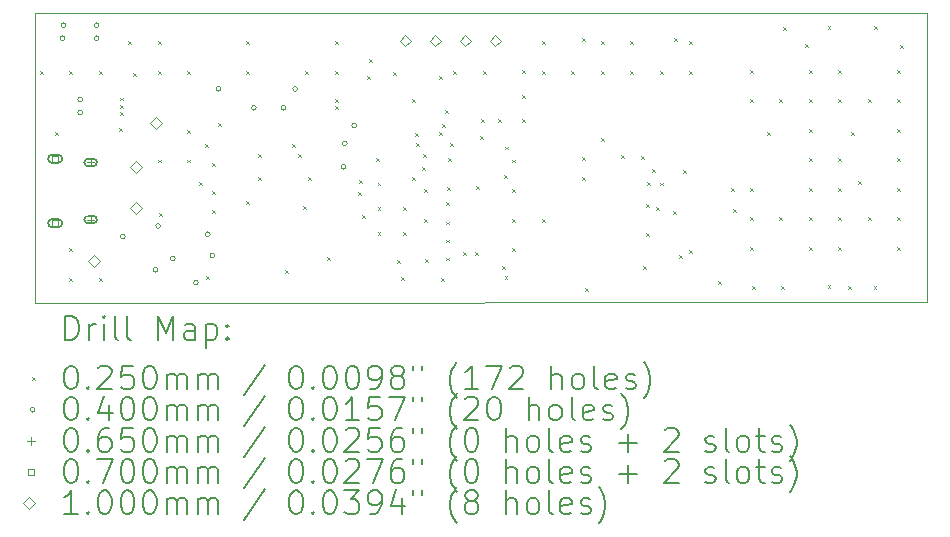
<source format=gbr>
%TF.GenerationSoftware,KiCad,Pcbnew,6.0.11-2627ca5db0~126~ubuntu20.04.1*%
%TF.CreationDate,2023-10-30T14:57:06+01:00*%
%TF.ProjectId,usb-interface,7573622d-696e-4746-9572-666163652e6b,rev?*%
%TF.SameCoordinates,Original*%
%TF.FileFunction,Drillmap*%
%TF.FilePolarity,Positive*%
%FSLAX45Y45*%
G04 Gerber Fmt 4.5, Leading zero omitted, Abs format (unit mm)*
G04 Created by KiCad (PCBNEW 6.0.11-2627ca5db0~126~ubuntu20.04.1) date 2023-10-30 14:57:06*
%MOMM*%
%LPD*%
G01*
G04 APERTURE LIST*
%ADD10C,0.050000*%
%ADD11C,0.200000*%
%ADD12C,0.025000*%
%ADD13C,0.040000*%
%ADD14C,0.065000*%
%ADD15C,0.070000*%
%ADD16C,0.100000*%
G04 APERTURE END LIST*
D10*
X9750000Y-6995000D02*
X2200000Y-7000000D01*
X2200000Y-7000000D02*
X2200000Y-9450000D01*
X9750000Y-9445000D02*
X9750000Y-6995000D01*
X2200000Y-9450000D02*
X9750000Y-9445000D01*
D11*
D12*
X2237500Y-7487500D02*
X2262500Y-7512500D01*
X2262500Y-7487500D02*
X2237500Y-7512500D01*
X2367500Y-8007500D02*
X2392500Y-8032500D01*
X2392500Y-8007500D02*
X2367500Y-8032500D01*
X2487500Y-7487500D02*
X2512500Y-7512500D01*
X2512500Y-7487500D02*
X2487500Y-7512500D01*
X2487500Y-8987500D02*
X2512500Y-9012500D01*
X2512500Y-8987500D02*
X2487500Y-9012500D01*
X2487500Y-9237500D02*
X2512500Y-9262500D01*
X2512500Y-9237500D02*
X2487500Y-9262500D01*
X2737500Y-7487500D02*
X2762500Y-7512500D01*
X2762500Y-7487500D02*
X2737500Y-7512500D01*
X2737500Y-9237500D02*
X2762500Y-9262500D01*
X2762500Y-9237500D02*
X2737500Y-9262500D01*
X2907500Y-7967500D02*
X2932500Y-7992500D01*
X2932500Y-7967500D02*
X2907500Y-7992500D01*
X2917500Y-7712500D02*
X2942500Y-7737500D01*
X2942500Y-7712500D02*
X2917500Y-7737500D01*
X2917500Y-7777500D02*
X2942500Y-7802500D01*
X2942500Y-7777500D02*
X2917500Y-7802500D01*
X2917500Y-7837500D02*
X2942500Y-7862500D01*
X2942500Y-7837500D02*
X2917500Y-7862500D01*
X2987500Y-7237500D02*
X3012500Y-7262500D01*
X3012500Y-7237500D02*
X2987500Y-7262500D01*
X3027500Y-7507500D02*
X3052500Y-7532500D01*
X3052500Y-7507500D02*
X3027500Y-7532500D01*
X3237500Y-7237500D02*
X3262500Y-7262500D01*
X3262500Y-7237500D02*
X3237500Y-7262500D01*
X3237500Y-7487500D02*
X3262500Y-7512500D01*
X3262500Y-7487500D02*
X3237500Y-7512500D01*
X3237500Y-8237500D02*
X3262500Y-8262500D01*
X3262500Y-8237500D02*
X3237500Y-8262500D01*
X3247500Y-8687500D02*
X3272500Y-8712500D01*
X3272500Y-8687500D02*
X3247500Y-8712500D01*
X3487500Y-7487500D02*
X3512500Y-7512500D01*
X3512500Y-7487500D02*
X3487500Y-7512500D01*
X3487500Y-7987500D02*
X3512500Y-8012500D01*
X3512500Y-7987500D02*
X3487500Y-8012500D01*
X3487500Y-8237500D02*
X3512500Y-8262500D01*
X3512500Y-8237500D02*
X3487500Y-8262500D01*
X3587500Y-8427500D02*
X3612500Y-8452500D01*
X3612500Y-8427500D02*
X3587500Y-8452500D01*
X3638750Y-8107500D02*
X3663750Y-8132500D01*
X3663750Y-8107500D02*
X3638750Y-8132500D01*
X3647500Y-9227500D02*
X3672500Y-9252500D01*
X3672500Y-9227500D02*
X3647500Y-9252500D01*
X3697500Y-8267500D02*
X3722500Y-8292500D01*
X3722500Y-8267500D02*
X3697500Y-8292500D01*
X3697500Y-8507500D02*
X3722500Y-8532500D01*
X3722500Y-8507500D02*
X3697500Y-8532500D01*
X3697500Y-8667500D02*
X3722500Y-8692500D01*
X3722500Y-8667500D02*
X3697500Y-8692500D01*
X3746250Y-7926250D02*
X3771250Y-7951250D01*
X3771250Y-7926250D02*
X3746250Y-7951250D01*
X3987500Y-7237500D02*
X4012500Y-7262500D01*
X4012500Y-7237500D02*
X3987500Y-7262500D01*
X3987500Y-7487500D02*
X4012500Y-7512500D01*
X4012500Y-7487500D02*
X3987500Y-7512500D01*
X3987500Y-8587500D02*
X4012500Y-8612500D01*
X4012500Y-8587500D02*
X3987500Y-8612500D01*
X4087500Y-8187500D02*
X4112500Y-8212500D01*
X4112500Y-8187500D02*
X4087500Y-8212500D01*
X4087500Y-8387500D02*
X4112500Y-8412500D01*
X4112500Y-8387500D02*
X4087500Y-8412500D01*
X4312500Y-9170000D02*
X4337500Y-9195000D01*
X4337500Y-9170000D02*
X4312500Y-9195000D01*
X4372500Y-8102500D02*
X4397500Y-8127500D01*
X4397500Y-8102500D02*
X4372500Y-8127500D01*
X4427500Y-8187500D02*
X4452500Y-8212500D01*
X4452500Y-8187500D02*
X4427500Y-8212500D01*
X4467500Y-8627500D02*
X4492500Y-8652500D01*
X4492500Y-8627500D02*
X4467500Y-8652500D01*
X4487500Y-7487500D02*
X4512500Y-7512500D01*
X4512500Y-7487500D02*
X4487500Y-7512500D01*
X4507500Y-8387500D02*
X4532500Y-8412500D01*
X4532500Y-8387500D02*
X4507500Y-8412500D01*
X4672500Y-9062500D02*
X4697500Y-9087500D01*
X4697500Y-9062500D02*
X4672500Y-9087500D01*
X4737500Y-7237500D02*
X4762500Y-7262500D01*
X4762500Y-7237500D02*
X4737500Y-7262500D01*
X4737500Y-7487500D02*
X4762500Y-7512500D01*
X4762500Y-7487500D02*
X4737500Y-7512500D01*
X4737500Y-7727500D02*
X4762500Y-7752500D01*
X4762500Y-7727500D02*
X4737500Y-7752500D01*
X4737500Y-7787500D02*
X4762500Y-7812500D01*
X4762500Y-7787500D02*
X4737500Y-7812500D01*
X4932500Y-8512500D02*
X4957500Y-8537500D01*
X4957500Y-8512500D02*
X4932500Y-8537500D01*
X4942500Y-8407500D02*
X4967500Y-8432500D01*
X4967500Y-8407500D02*
X4942500Y-8432500D01*
X4967500Y-8707500D02*
X4992500Y-8732500D01*
X4992500Y-8707500D02*
X4967500Y-8732500D01*
X5007500Y-7527500D02*
X5032500Y-7552500D01*
X5032500Y-7527500D02*
X5007500Y-7552500D01*
X5027500Y-7387500D02*
X5052500Y-7412500D01*
X5052500Y-7387500D02*
X5027500Y-7412500D01*
X5087500Y-8227500D02*
X5112500Y-8252500D01*
X5112500Y-8227500D02*
X5087500Y-8252500D01*
X5097500Y-8432500D02*
X5122500Y-8457500D01*
X5122500Y-8432500D02*
X5097500Y-8457500D01*
X5097500Y-8642500D02*
X5122500Y-8667500D01*
X5122500Y-8642500D02*
X5097500Y-8667500D01*
X5097500Y-8847500D02*
X5122500Y-8872500D01*
X5122500Y-8847500D02*
X5097500Y-8872500D01*
X5227500Y-7497500D02*
X5252500Y-7522500D01*
X5252500Y-7497500D02*
X5227500Y-7522500D01*
X5262500Y-9087500D02*
X5287500Y-9112500D01*
X5287500Y-9087500D02*
X5262500Y-9112500D01*
X5297500Y-9232500D02*
X5322500Y-9257500D01*
X5322500Y-9232500D02*
X5297500Y-9257500D01*
X5312500Y-8642500D02*
X5337500Y-8667500D01*
X5337500Y-8642500D02*
X5312500Y-8667500D01*
X5312500Y-8847500D02*
X5337500Y-8872500D01*
X5337500Y-8847500D02*
X5312500Y-8872500D01*
X5387500Y-7727500D02*
X5412500Y-7752500D01*
X5412500Y-7727500D02*
X5387500Y-7752500D01*
X5392500Y-8382500D02*
X5417500Y-8407500D01*
X5417500Y-8382500D02*
X5392500Y-8407500D01*
X5417500Y-8012500D02*
X5442500Y-8037500D01*
X5442500Y-8012500D02*
X5417500Y-8037500D01*
X5425500Y-8099250D02*
X5450500Y-8124250D01*
X5450500Y-8099250D02*
X5425500Y-8124250D01*
X5472500Y-8302500D02*
X5497500Y-8327500D01*
X5497500Y-8302500D02*
X5472500Y-8327500D01*
X5482500Y-8187500D02*
X5507500Y-8212500D01*
X5507500Y-8187500D02*
X5482500Y-8212500D01*
X5487500Y-8487500D02*
X5512500Y-8512500D01*
X5512500Y-8487500D02*
X5487500Y-8512500D01*
X5487500Y-8737500D02*
X5512500Y-8762500D01*
X5512500Y-8737500D02*
X5487500Y-8762500D01*
X5502500Y-9077500D02*
X5527500Y-9102500D01*
X5527500Y-9077500D02*
X5502500Y-9102500D01*
X5617500Y-7532500D02*
X5642500Y-7557500D01*
X5642500Y-7532500D02*
X5617500Y-7557500D01*
X5617500Y-8007500D02*
X5642500Y-8032500D01*
X5642500Y-8007500D02*
X5617500Y-8032500D01*
X5637500Y-9237500D02*
X5662500Y-9262500D01*
X5662500Y-9237500D02*
X5637500Y-9262500D01*
X5642500Y-7937500D02*
X5667500Y-7962500D01*
X5667500Y-7937500D02*
X5642500Y-7962500D01*
X5667500Y-7822500D02*
X5692500Y-7847500D01*
X5692500Y-7822500D02*
X5667500Y-7847500D01*
X5677500Y-8597500D02*
X5702500Y-8622500D01*
X5702500Y-8597500D02*
X5677500Y-8622500D01*
X5677500Y-8762500D02*
X5702500Y-8787500D01*
X5702500Y-8762500D02*
X5677500Y-8787500D01*
X5677500Y-8915000D02*
X5702500Y-8940000D01*
X5702500Y-8915000D02*
X5677500Y-8940000D01*
X5677500Y-9067500D02*
X5702500Y-9092500D01*
X5702500Y-9067500D02*
X5677500Y-9092500D01*
X5687500Y-8467500D02*
X5712500Y-8492500D01*
X5712500Y-8467500D02*
X5687500Y-8492500D01*
X5693750Y-8226250D02*
X5718750Y-8251250D01*
X5718750Y-8226250D02*
X5693750Y-8251250D01*
X5707500Y-8099250D02*
X5732500Y-8124250D01*
X5732500Y-8099250D02*
X5707500Y-8124250D01*
X5737500Y-7487500D02*
X5762500Y-7512500D01*
X5762500Y-7487500D02*
X5737500Y-7512500D01*
X5817500Y-9017500D02*
X5842500Y-9042500D01*
X5842500Y-9017500D02*
X5817500Y-9042500D01*
X5922500Y-9017500D02*
X5947500Y-9042500D01*
X5947500Y-9017500D02*
X5922500Y-9042500D01*
X5927500Y-8462500D02*
X5952500Y-8487500D01*
X5952500Y-8462500D02*
X5927500Y-8487500D01*
X5962500Y-8037500D02*
X5987500Y-8062500D01*
X5987500Y-8037500D02*
X5962500Y-8062500D01*
X5977500Y-7897500D02*
X6002500Y-7922500D01*
X6002500Y-7897500D02*
X5977500Y-7922500D01*
X5987500Y-7487500D02*
X6012500Y-7512500D01*
X6012500Y-7487500D02*
X5987500Y-7512500D01*
X6117500Y-7897500D02*
X6142500Y-7922500D01*
X6142500Y-7897500D02*
X6117500Y-7922500D01*
X6152500Y-9137500D02*
X6177500Y-9162500D01*
X6177500Y-9137500D02*
X6152500Y-9162500D01*
X6167500Y-8367500D02*
X6192500Y-8392500D01*
X6192500Y-8367500D02*
X6167500Y-8392500D01*
X6172500Y-9227500D02*
X6197500Y-9252500D01*
X6197500Y-9227500D02*
X6172500Y-9252500D01*
X6177500Y-8127500D02*
X6202500Y-8152500D01*
X6202500Y-8127500D02*
X6177500Y-8152500D01*
X6237500Y-8237500D02*
X6262500Y-8262500D01*
X6262500Y-8237500D02*
X6237500Y-8262500D01*
X6237500Y-8487500D02*
X6262500Y-8512500D01*
X6262500Y-8487500D02*
X6237500Y-8512500D01*
X6237500Y-8737500D02*
X6262500Y-8762500D01*
X6262500Y-8737500D02*
X6237500Y-8762500D01*
X6237500Y-8987500D02*
X6262500Y-9012500D01*
X6262500Y-8987500D02*
X6237500Y-9012500D01*
X6317500Y-7477500D02*
X6342500Y-7502500D01*
X6342500Y-7477500D02*
X6317500Y-7502500D01*
X6317500Y-7687500D02*
X6342500Y-7712500D01*
X6342500Y-7687500D02*
X6317500Y-7712500D01*
X6317500Y-7897500D02*
X6342500Y-7922500D01*
X6342500Y-7897500D02*
X6317500Y-7922500D01*
X6487500Y-7237500D02*
X6512500Y-7262500D01*
X6512500Y-7237500D02*
X6487500Y-7262500D01*
X6487500Y-7487500D02*
X6512500Y-7512500D01*
X6512500Y-7487500D02*
X6487500Y-7512500D01*
X6487500Y-8737500D02*
X6512500Y-8762500D01*
X6512500Y-8737500D02*
X6487500Y-8762500D01*
X6737500Y-7487500D02*
X6762500Y-7512500D01*
X6762500Y-7487500D02*
X6737500Y-7512500D01*
X6827500Y-7207500D02*
X6852500Y-7232500D01*
X6852500Y-7207500D02*
X6827500Y-7232500D01*
X6827500Y-8387500D02*
X6852500Y-8412500D01*
X6852500Y-8387500D02*
X6827500Y-8412500D01*
X6830000Y-8217500D02*
X6855000Y-8242500D01*
X6855000Y-8217500D02*
X6830000Y-8242500D01*
X6857500Y-9327500D02*
X6882500Y-9352500D01*
X6882500Y-9327500D02*
X6857500Y-9352500D01*
X6987500Y-7237500D02*
X7012500Y-7262500D01*
X7012500Y-7237500D02*
X6987500Y-7262500D01*
X6987500Y-7487500D02*
X7012500Y-7512500D01*
X7012500Y-7487500D02*
X6987500Y-7512500D01*
X6987500Y-8057500D02*
X7012500Y-8082500D01*
X7012500Y-8057500D02*
X6987500Y-8082500D01*
X7157500Y-8197500D02*
X7182500Y-8222500D01*
X7182500Y-8197500D02*
X7157500Y-8222500D01*
X7237500Y-7237500D02*
X7262500Y-7262500D01*
X7262500Y-7237500D02*
X7237500Y-7262500D01*
X7237500Y-7487500D02*
X7262500Y-7512500D01*
X7262500Y-7487500D02*
X7237500Y-7512500D01*
X7327500Y-8207500D02*
X7352500Y-8232500D01*
X7352500Y-8207500D02*
X7327500Y-8232500D01*
X7347500Y-9137500D02*
X7372500Y-9162500D01*
X7372500Y-9137500D02*
X7347500Y-9162500D01*
X7367500Y-8617500D02*
X7392500Y-8642500D01*
X7392500Y-8617500D02*
X7367500Y-8642500D01*
X7367500Y-8862500D02*
X7392500Y-8887500D01*
X7392500Y-8862500D02*
X7367500Y-8887500D01*
X7377500Y-8427500D02*
X7402500Y-8452500D01*
X7402500Y-8427500D02*
X7377500Y-8452500D01*
X7417500Y-8317500D02*
X7442500Y-8342500D01*
X7442500Y-8317500D02*
X7417500Y-8342500D01*
X7457500Y-8642500D02*
X7482500Y-8667500D01*
X7482500Y-8642500D02*
X7457500Y-8667500D01*
X7487500Y-7487500D02*
X7512500Y-7512500D01*
X7512500Y-7487500D02*
X7487500Y-7512500D01*
X7492500Y-8432500D02*
X7517500Y-8457500D01*
X7517500Y-8432500D02*
X7492500Y-8457500D01*
X7597500Y-8677500D02*
X7622500Y-8702500D01*
X7622500Y-8677500D02*
X7597500Y-8702500D01*
X7607500Y-7207500D02*
X7632500Y-7232500D01*
X7632500Y-7207500D02*
X7607500Y-7232500D01*
X7647500Y-9047500D02*
X7672500Y-9072500D01*
X7672500Y-9047500D02*
X7647500Y-9072500D01*
X7687500Y-8327500D02*
X7712500Y-8352500D01*
X7712500Y-8327500D02*
X7687500Y-8352500D01*
X7737500Y-7237500D02*
X7762500Y-7262500D01*
X7762500Y-7237500D02*
X7737500Y-7262500D01*
X7737500Y-7487500D02*
X7762500Y-7512500D01*
X7762500Y-7487500D02*
X7737500Y-7512500D01*
X7737500Y-9007500D02*
X7762500Y-9032500D01*
X7762500Y-9007500D02*
X7737500Y-9032500D01*
X7977500Y-9267500D02*
X8002500Y-9292500D01*
X8002500Y-9267500D02*
X7977500Y-9292500D01*
X8087500Y-8477500D02*
X8112500Y-8502500D01*
X8112500Y-8477500D02*
X8087500Y-8502500D01*
X8107500Y-8657500D02*
X8132500Y-8682500D01*
X8132500Y-8657500D02*
X8107500Y-8682500D01*
X8247500Y-7478071D02*
X8272500Y-7503071D01*
X8272500Y-7478071D02*
X8247500Y-7503071D01*
X8247500Y-7728071D02*
X8272500Y-7753071D01*
X8272500Y-7728071D02*
X8247500Y-7753071D01*
X8247500Y-8478071D02*
X8272500Y-8503071D01*
X8272500Y-8478071D02*
X8247500Y-8503071D01*
X8247500Y-8728071D02*
X8272500Y-8753071D01*
X8272500Y-8728071D02*
X8247500Y-8753071D01*
X8247500Y-8978071D02*
X8272500Y-9003071D01*
X8272500Y-8978071D02*
X8247500Y-9003071D01*
X8267500Y-9308071D02*
X8292500Y-9333071D01*
X8292500Y-9308071D02*
X8267500Y-9333071D01*
X8398071Y-8007500D02*
X8423071Y-8032500D01*
X8423071Y-8007500D02*
X8398071Y-8032500D01*
X8497500Y-7728071D02*
X8522500Y-7753071D01*
X8522500Y-7728071D02*
X8497500Y-7753071D01*
X8497500Y-8728071D02*
X8522500Y-8753071D01*
X8522500Y-8728071D02*
X8497500Y-8753071D01*
X8511929Y-9312500D02*
X8536929Y-9337500D01*
X8536929Y-9312500D02*
X8511929Y-9337500D01*
X8527500Y-7112500D02*
X8552500Y-7137500D01*
X8552500Y-7112500D02*
X8527500Y-7137500D01*
X8717500Y-7258071D02*
X8742500Y-7283071D01*
X8742500Y-7258071D02*
X8717500Y-7283071D01*
X8747500Y-7478071D02*
X8772500Y-7503071D01*
X8772500Y-7478071D02*
X8747500Y-7503071D01*
X8747500Y-7728071D02*
X8772500Y-7753071D01*
X8772500Y-7728071D02*
X8747500Y-7753071D01*
X8747500Y-7978071D02*
X8772500Y-8003071D01*
X8772500Y-7978071D02*
X8747500Y-8003071D01*
X8747500Y-8228071D02*
X8772500Y-8253071D01*
X8772500Y-8228071D02*
X8747500Y-8253071D01*
X8747500Y-8478071D02*
X8772500Y-8503071D01*
X8772500Y-8478071D02*
X8747500Y-8503071D01*
X8747500Y-8728071D02*
X8772500Y-8753071D01*
X8772500Y-8728071D02*
X8747500Y-8753071D01*
X8747500Y-8978071D02*
X8772500Y-9003071D01*
X8772500Y-8978071D02*
X8747500Y-9003071D01*
X8907500Y-7108071D02*
X8932500Y-7133071D01*
X8932500Y-7108071D02*
X8907500Y-7133071D01*
X8907500Y-9298071D02*
X8932500Y-9323071D01*
X8932500Y-9298071D02*
X8907500Y-9323071D01*
X8997500Y-7478071D02*
X9022500Y-7503071D01*
X9022500Y-7478071D02*
X8997500Y-7503071D01*
X8997500Y-7728071D02*
X9022500Y-7753071D01*
X9022500Y-7728071D02*
X8997500Y-7753071D01*
X8997500Y-8228071D02*
X9022500Y-8253071D01*
X9022500Y-8228071D02*
X8997500Y-8253071D01*
X8997500Y-8478071D02*
X9022500Y-8503071D01*
X9022500Y-8478071D02*
X8997500Y-8503071D01*
X8997500Y-8728071D02*
X9022500Y-8753071D01*
X9022500Y-8728071D02*
X8997500Y-8753071D01*
X8997500Y-8978071D02*
X9022500Y-9003071D01*
X9022500Y-8978071D02*
X8997500Y-9003071D01*
X9077500Y-9308071D02*
X9102500Y-9333071D01*
X9102500Y-9308071D02*
X9077500Y-9333071D01*
X9108071Y-8007500D02*
X9133071Y-8032500D01*
X9133071Y-8007500D02*
X9108071Y-8032500D01*
X9162500Y-8418071D02*
X9187500Y-8443071D01*
X9187500Y-8418071D02*
X9162500Y-8443071D01*
X9247500Y-7728071D02*
X9272500Y-7753071D01*
X9272500Y-7728071D02*
X9247500Y-7753071D01*
X9247500Y-8728071D02*
X9272500Y-8753071D01*
X9272500Y-8728071D02*
X9247500Y-8753071D01*
X9296929Y-9312500D02*
X9321929Y-9337500D01*
X9321929Y-9312500D02*
X9296929Y-9337500D01*
X9297500Y-7108071D02*
X9322500Y-7133071D01*
X9322500Y-7108071D02*
X9297500Y-7133071D01*
X9497500Y-7478071D02*
X9522500Y-7503071D01*
X9522500Y-7478071D02*
X9497500Y-7503071D01*
X9497500Y-7728071D02*
X9522500Y-7753071D01*
X9522500Y-7728071D02*
X9497500Y-7753071D01*
X9497500Y-7978071D02*
X9522500Y-8003071D01*
X9522500Y-7978071D02*
X9497500Y-8003071D01*
X9497500Y-8228071D02*
X9522500Y-8253071D01*
X9522500Y-8228071D02*
X9497500Y-8253071D01*
X9497500Y-8478071D02*
X9522500Y-8503071D01*
X9522500Y-8478071D02*
X9497500Y-8503071D01*
X9497500Y-8728071D02*
X9522500Y-8753071D01*
X9522500Y-8728071D02*
X9497500Y-8753071D01*
X9497500Y-8978071D02*
X9522500Y-9003071D01*
X9522500Y-8978071D02*
X9497500Y-9003071D01*
X9517500Y-7268071D02*
X9542500Y-7293071D01*
X9542500Y-7268071D02*
X9517500Y-7293071D01*
D13*
X2450000Y-7210000D02*
G75*
G03*
X2450000Y-7210000I-20000J0D01*
G01*
X2460000Y-7100000D02*
G75*
G03*
X2460000Y-7100000I-20000J0D01*
G01*
X2600000Y-7730000D02*
G75*
G03*
X2600000Y-7730000I-20000J0D01*
G01*
X2600000Y-7840000D02*
G75*
G03*
X2600000Y-7840000I-20000J0D01*
G01*
X2740000Y-7100000D02*
G75*
G03*
X2740000Y-7100000I-20000J0D01*
G01*
X2740000Y-7210000D02*
G75*
G03*
X2740000Y-7210000I-20000J0D01*
G01*
X2960000Y-8890000D02*
G75*
G03*
X2960000Y-8890000I-20000J0D01*
G01*
X3238000Y-9172000D02*
G75*
G03*
X3238000Y-9172000I-20000J0D01*
G01*
X3260000Y-8800000D02*
G75*
G03*
X3260000Y-8800000I-20000J0D01*
G01*
X3384000Y-9074000D02*
G75*
G03*
X3384000Y-9074000I-20000J0D01*
G01*
X3580000Y-9280000D02*
G75*
G03*
X3580000Y-9280000I-20000J0D01*
G01*
X3680000Y-8870000D02*
G75*
G03*
X3680000Y-8870000I-20000J0D01*
G01*
X3720000Y-9050000D02*
G75*
G03*
X3720000Y-9050000I-20000J0D01*
G01*
X3770000Y-7640000D02*
G75*
G03*
X3770000Y-7640000I-20000J0D01*
G01*
X4070000Y-7800000D02*
G75*
G03*
X4070000Y-7800000I-20000J0D01*
G01*
X4320000Y-7800000D02*
G75*
G03*
X4320000Y-7800000I-20000J0D01*
G01*
X4420000Y-7640000D02*
G75*
G03*
X4420000Y-7640000I-20000J0D01*
G01*
X4830000Y-8300000D02*
G75*
G03*
X4830000Y-8300000I-20000J0D01*
G01*
X4840000Y-8100000D02*
G75*
G03*
X4840000Y-8100000I-20000J0D01*
G01*
X4920000Y-7950000D02*
G75*
G03*
X4920000Y-7950000I-20000J0D01*
G01*
D14*
X2668500Y-8229500D02*
X2668500Y-8294500D01*
X2636000Y-8262000D02*
X2701000Y-8262000D01*
D11*
X2648500Y-8294500D02*
X2688500Y-8294500D01*
X2648500Y-8229500D02*
X2688500Y-8229500D01*
X2688500Y-8294500D02*
G75*
G03*
X2688500Y-8229500I0J32500D01*
G01*
X2648500Y-8229500D02*
G75*
G03*
X2648500Y-8294500I0J-32500D01*
G01*
D14*
X2668500Y-8713500D02*
X2668500Y-8778500D01*
X2636000Y-8746000D02*
X2701000Y-8746000D01*
D11*
X2648500Y-8778500D02*
X2688500Y-8778500D01*
X2648500Y-8713500D02*
X2688500Y-8713500D01*
X2688500Y-8778500D02*
G75*
G03*
X2688500Y-8713500I0J32500D01*
G01*
X2648500Y-8713500D02*
G75*
G03*
X2648500Y-8778500I0J-32500D01*
G01*
D15*
X2393249Y-8255749D02*
X2393249Y-8206251D01*
X2343751Y-8206251D01*
X2343751Y-8255749D01*
X2393249Y-8255749D01*
D11*
X2343500Y-8266000D02*
X2393500Y-8266000D01*
X2343500Y-8196000D02*
X2393500Y-8196000D01*
X2393500Y-8266000D02*
G75*
G03*
X2393500Y-8196000I0J35000D01*
G01*
X2343500Y-8196000D02*
G75*
G03*
X2343500Y-8266000I0J-35000D01*
G01*
D15*
X2393249Y-8801749D02*
X2393249Y-8752251D01*
X2343751Y-8752251D01*
X2343751Y-8801749D01*
X2393249Y-8801749D01*
D11*
X2343500Y-8812000D02*
X2393500Y-8812000D01*
X2343500Y-8742000D02*
X2393500Y-8742000D01*
X2393500Y-8812000D02*
G75*
G03*
X2393500Y-8742000I0J35000D01*
G01*
X2343500Y-8742000D02*
G75*
G03*
X2343500Y-8812000I0J-35000D01*
G01*
D16*
X2700000Y-9150000D02*
X2750000Y-9100000D01*
X2700000Y-9050000D01*
X2650000Y-9100000D01*
X2700000Y-9150000D01*
X3050000Y-8350000D02*
X3100000Y-8300000D01*
X3050000Y-8250000D01*
X3000000Y-8300000D01*
X3050000Y-8350000D01*
X3050000Y-8700000D02*
X3100000Y-8650000D01*
X3050000Y-8600000D01*
X3000000Y-8650000D01*
X3050000Y-8700000D01*
X3225000Y-7975000D02*
X3275000Y-7925000D01*
X3225000Y-7875000D01*
X3175000Y-7925000D01*
X3225000Y-7975000D01*
X5334000Y-7280000D02*
X5384000Y-7230000D01*
X5334000Y-7180000D01*
X5284000Y-7230000D01*
X5334000Y-7280000D01*
X5588000Y-7280000D02*
X5638000Y-7230000D01*
X5588000Y-7180000D01*
X5538000Y-7230000D01*
X5588000Y-7280000D01*
X5842000Y-7280000D02*
X5892000Y-7230000D01*
X5842000Y-7180000D01*
X5792000Y-7230000D01*
X5842000Y-7280000D01*
X6096000Y-7280000D02*
X6146000Y-7230000D01*
X6096000Y-7180000D01*
X6046000Y-7230000D01*
X6096000Y-7280000D01*
D11*
X2455119Y-9762976D02*
X2455119Y-9562976D01*
X2502738Y-9562976D01*
X2531310Y-9572500D01*
X2550357Y-9591548D01*
X2559881Y-9610595D01*
X2569405Y-9648690D01*
X2569405Y-9677262D01*
X2559881Y-9715357D01*
X2550357Y-9734405D01*
X2531310Y-9753452D01*
X2502738Y-9762976D01*
X2455119Y-9762976D01*
X2655119Y-9762976D02*
X2655119Y-9629643D01*
X2655119Y-9667738D02*
X2664643Y-9648690D01*
X2674167Y-9639167D01*
X2693214Y-9629643D01*
X2712262Y-9629643D01*
X2778929Y-9762976D02*
X2778929Y-9629643D01*
X2778929Y-9562976D02*
X2769405Y-9572500D01*
X2778929Y-9582024D01*
X2788452Y-9572500D01*
X2778929Y-9562976D01*
X2778929Y-9582024D01*
X2902738Y-9762976D02*
X2883690Y-9753452D01*
X2874167Y-9734405D01*
X2874167Y-9562976D01*
X3007500Y-9762976D02*
X2988452Y-9753452D01*
X2978928Y-9734405D01*
X2978928Y-9562976D01*
X3236071Y-9762976D02*
X3236071Y-9562976D01*
X3302738Y-9705833D01*
X3369405Y-9562976D01*
X3369405Y-9762976D01*
X3550357Y-9762976D02*
X3550357Y-9658214D01*
X3540833Y-9639167D01*
X3521786Y-9629643D01*
X3483690Y-9629643D01*
X3464643Y-9639167D01*
X3550357Y-9753452D02*
X3531309Y-9762976D01*
X3483690Y-9762976D01*
X3464643Y-9753452D01*
X3455119Y-9734405D01*
X3455119Y-9715357D01*
X3464643Y-9696310D01*
X3483690Y-9686786D01*
X3531309Y-9686786D01*
X3550357Y-9677262D01*
X3645595Y-9629643D02*
X3645595Y-9829643D01*
X3645595Y-9639167D02*
X3664643Y-9629643D01*
X3702738Y-9629643D01*
X3721786Y-9639167D01*
X3731309Y-9648690D01*
X3740833Y-9667738D01*
X3740833Y-9724881D01*
X3731309Y-9743929D01*
X3721786Y-9753452D01*
X3702738Y-9762976D01*
X3664643Y-9762976D01*
X3645595Y-9753452D01*
X3826548Y-9743929D02*
X3836071Y-9753452D01*
X3826548Y-9762976D01*
X3817024Y-9753452D01*
X3826548Y-9743929D01*
X3826548Y-9762976D01*
X3826548Y-9639167D02*
X3836071Y-9648690D01*
X3826548Y-9658214D01*
X3817024Y-9648690D01*
X3826548Y-9639167D01*
X3826548Y-9658214D01*
D12*
X2172500Y-10080000D02*
X2197500Y-10105000D01*
X2197500Y-10080000D02*
X2172500Y-10105000D01*
D11*
X2493214Y-9982976D02*
X2512262Y-9982976D01*
X2531310Y-9992500D01*
X2540833Y-10002024D01*
X2550357Y-10021071D01*
X2559881Y-10059167D01*
X2559881Y-10106786D01*
X2550357Y-10144881D01*
X2540833Y-10163929D01*
X2531310Y-10173452D01*
X2512262Y-10182976D01*
X2493214Y-10182976D01*
X2474167Y-10173452D01*
X2464643Y-10163929D01*
X2455119Y-10144881D01*
X2445595Y-10106786D01*
X2445595Y-10059167D01*
X2455119Y-10021071D01*
X2464643Y-10002024D01*
X2474167Y-9992500D01*
X2493214Y-9982976D01*
X2645595Y-10163929D02*
X2655119Y-10173452D01*
X2645595Y-10182976D01*
X2636071Y-10173452D01*
X2645595Y-10163929D01*
X2645595Y-10182976D01*
X2731310Y-10002024D02*
X2740833Y-9992500D01*
X2759881Y-9982976D01*
X2807500Y-9982976D01*
X2826548Y-9992500D01*
X2836071Y-10002024D01*
X2845595Y-10021071D01*
X2845595Y-10040119D01*
X2836071Y-10068690D01*
X2721786Y-10182976D01*
X2845595Y-10182976D01*
X3026548Y-9982976D02*
X2931309Y-9982976D01*
X2921786Y-10078214D01*
X2931309Y-10068690D01*
X2950357Y-10059167D01*
X2997976Y-10059167D01*
X3017024Y-10068690D01*
X3026548Y-10078214D01*
X3036071Y-10097262D01*
X3036071Y-10144881D01*
X3026548Y-10163929D01*
X3017024Y-10173452D01*
X2997976Y-10182976D01*
X2950357Y-10182976D01*
X2931309Y-10173452D01*
X2921786Y-10163929D01*
X3159881Y-9982976D02*
X3178928Y-9982976D01*
X3197976Y-9992500D01*
X3207500Y-10002024D01*
X3217024Y-10021071D01*
X3226548Y-10059167D01*
X3226548Y-10106786D01*
X3217024Y-10144881D01*
X3207500Y-10163929D01*
X3197976Y-10173452D01*
X3178928Y-10182976D01*
X3159881Y-10182976D01*
X3140833Y-10173452D01*
X3131309Y-10163929D01*
X3121786Y-10144881D01*
X3112262Y-10106786D01*
X3112262Y-10059167D01*
X3121786Y-10021071D01*
X3131309Y-10002024D01*
X3140833Y-9992500D01*
X3159881Y-9982976D01*
X3312262Y-10182976D02*
X3312262Y-10049643D01*
X3312262Y-10068690D02*
X3321786Y-10059167D01*
X3340833Y-10049643D01*
X3369405Y-10049643D01*
X3388452Y-10059167D01*
X3397976Y-10078214D01*
X3397976Y-10182976D01*
X3397976Y-10078214D02*
X3407500Y-10059167D01*
X3426548Y-10049643D01*
X3455119Y-10049643D01*
X3474167Y-10059167D01*
X3483690Y-10078214D01*
X3483690Y-10182976D01*
X3578928Y-10182976D02*
X3578928Y-10049643D01*
X3578928Y-10068690D02*
X3588452Y-10059167D01*
X3607500Y-10049643D01*
X3636071Y-10049643D01*
X3655119Y-10059167D01*
X3664643Y-10078214D01*
X3664643Y-10182976D01*
X3664643Y-10078214D02*
X3674167Y-10059167D01*
X3693214Y-10049643D01*
X3721786Y-10049643D01*
X3740833Y-10059167D01*
X3750357Y-10078214D01*
X3750357Y-10182976D01*
X4140833Y-9973452D02*
X3969405Y-10230595D01*
X4397976Y-9982976D02*
X4417024Y-9982976D01*
X4436071Y-9992500D01*
X4445595Y-10002024D01*
X4455119Y-10021071D01*
X4464643Y-10059167D01*
X4464643Y-10106786D01*
X4455119Y-10144881D01*
X4445595Y-10163929D01*
X4436071Y-10173452D01*
X4417024Y-10182976D01*
X4397976Y-10182976D01*
X4378929Y-10173452D01*
X4369405Y-10163929D01*
X4359881Y-10144881D01*
X4350357Y-10106786D01*
X4350357Y-10059167D01*
X4359881Y-10021071D01*
X4369405Y-10002024D01*
X4378929Y-9992500D01*
X4397976Y-9982976D01*
X4550357Y-10163929D02*
X4559881Y-10173452D01*
X4550357Y-10182976D01*
X4540833Y-10173452D01*
X4550357Y-10163929D01*
X4550357Y-10182976D01*
X4683690Y-9982976D02*
X4702738Y-9982976D01*
X4721786Y-9992500D01*
X4731310Y-10002024D01*
X4740833Y-10021071D01*
X4750357Y-10059167D01*
X4750357Y-10106786D01*
X4740833Y-10144881D01*
X4731310Y-10163929D01*
X4721786Y-10173452D01*
X4702738Y-10182976D01*
X4683690Y-10182976D01*
X4664643Y-10173452D01*
X4655119Y-10163929D01*
X4645595Y-10144881D01*
X4636071Y-10106786D01*
X4636071Y-10059167D01*
X4645595Y-10021071D01*
X4655119Y-10002024D01*
X4664643Y-9992500D01*
X4683690Y-9982976D01*
X4874167Y-9982976D02*
X4893214Y-9982976D01*
X4912262Y-9992500D01*
X4921786Y-10002024D01*
X4931310Y-10021071D01*
X4940833Y-10059167D01*
X4940833Y-10106786D01*
X4931310Y-10144881D01*
X4921786Y-10163929D01*
X4912262Y-10173452D01*
X4893214Y-10182976D01*
X4874167Y-10182976D01*
X4855119Y-10173452D01*
X4845595Y-10163929D01*
X4836071Y-10144881D01*
X4826548Y-10106786D01*
X4826548Y-10059167D01*
X4836071Y-10021071D01*
X4845595Y-10002024D01*
X4855119Y-9992500D01*
X4874167Y-9982976D01*
X5036071Y-10182976D02*
X5074167Y-10182976D01*
X5093214Y-10173452D01*
X5102738Y-10163929D01*
X5121786Y-10135357D01*
X5131310Y-10097262D01*
X5131310Y-10021071D01*
X5121786Y-10002024D01*
X5112262Y-9992500D01*
X5093214Y-9982976D01*
X5055119Y-9982976D01*
X5036071Y-9992500D01*
X5026548Y-10002024D01*
X5017024Y-10021071D01*
X5017024Y-10068690D01*
X5026548Y-10087738D01*
X5036071Y-10097262D01*
X5055119Y-10106786D01*
X5093214Y-10106786D01*
X5112262Y-10097262D01*
X5121786Y-10087738D01*
X5131310Y-10068690D01*
X5245595Y-10068690D02*
X5226548Y-10059167D01*
X5217024Y-10049643D01*
X5207500Y-10030595D01*
X5207500Y-10021071D01*
X5217024Y-10002024D01*
X5226548Y-9992500D01*
X5245595Y-9982976D01*
X5283690Y-9982976D01*
X5302738Y-9992500D01*
X5312262Y-10002024D01*
X5321786Y-10021071D01*
X5321786Y-10030595D01*
X5312262Y-10049643D01*
X5302738Y-10059167D01*
X5283690Y-10068690D01*
X5245595Y-10068690D01*
X5226548Y-10078214D01*
X5217024Y-10087738D01*
X5207500Y-10106786D01*
X5207500Y-10144881D01*
X5217024Y-10163929D01*
X5226548Y-10173452D01*
X5245595Y-10182976D01*
X5283690Y-10182976D01*
X5302738Y-10173452D01*
X5312262Y-10163929D01*
X5321786Y-10144881D01*
X5321786Y-10106786D01*
X5312262Y-10087738D01*
X5302738Y-10078214D01*
X5283690Y-10068690D01*
X5397976Y-9982976D02*
X5397976Y-10021071D01*
X5474167Y-9982976D02*
X5474167Y-10021071D01*
X5769405Y-10259167D02*
X5759881Y-10249643D01*
X5740833Y-10221071D01*
X5731309Y-10202024D01*
X5721786Y-10173452D01*
X5712262Y-10125833D01*
X5712262Y-10087738D01*
X5721786Y-10040119D01*
X5731309Y-10011548D01*
X5740833Y-9992500D01*
X5759881Y-9963929D01*
X5769405Y-9954405D01*
X5950357Y-10182976D02*
X5836071Y-10182976D01*
X5893214Y-10182976D02*
X5893214Y-9982976D01*
X5874167Y-10011548D01*
X5855119Y-10030595D01*
X5836071Y-10040119D01*
X6017024Y-9982976D02*
X6150357Y-9982976D01*
X6064643Y-10182976D01*
X6217024Y-10002024D02*
X6226548Y-9992500D01*
X6245595Y-9982976D01*
X6293214Y-9982976D01*
X6312262Y-9992500D01*
X6321786Y-10002024D01*
X6331309Y-10021071D01*
X6331309Y-10040119D01*
X6321786Y-10068690D01*
X6207500Y-10182976D01*
X6331309Y-10182976D01*
X6569405Y-10182976D02*
X6569405Y-9982976D01*
X6655119Y-10182976D02*
X6655119Y-10078214D01*
X6645595Y-10059167D01*
X6626548Y-10049643D01*
X6597976Y-10049643D01*
X6578928Y-10059167D01*
X6569405Y-10068690D01*
X6778928Y-10182976D02*
X6759881Y-10173452D01*
X6750357Y-10163929D01*
X6740833Y-10144881D01*
X6740833Y-10087738D01*
X6750357Y-10068690D01*
X6759881Y-10059167D01*
X6778928Y-10049643D01*
X6807500Y-10049643D01*
X6826548Y-10059167D01*
X6836071Y-10068690D01*
X6845595Y-10087738D01*
X6845595Y-10144881D01*
X6836071Y-10163929D01*
X6826548Y-10173452D01*
X6807500Y-10182976D01*
X6778928Y-10182976D01*
X6959881Y-10182976D02*
X6940833Y-10173452D01*
X6931309Y-10154405D01*
X6931309Y-9982976D01*
X7112262Y-10173452D02*
X7093214Y-10182976D01*
X7055119Y-10182976D01*
X7036071Y-10173452D01*
X7026548Y-10154405D01*
X7026548Y-10078214D01*
X7036071Y-10059167D01*
X7055119Y-10049643D01*
X7093214Y-10049643D01*
X7112262Y-10059167D01*
X7121786Y-10078214D01*
X7121786Y-10097262D01*
X7026548Y-10116310D01*
X7197976Y-10173452D02*
X7217024Y-10182976D01*
X7255119Y-10182976D01*
X7274167Y-10173452D01*
X7283690Y-10154405D01*
X7283690Y-10144881D01*
X7274167Y-10125833D01*
X7255119Y-10116310D01*
X7226548Y-10116310D01*
X7207500Y-10106786D01*
X7197976Y-10087738D01*
X7197976Y-10078214D01*
X7207500Y-10059167D01*
X7226548Y-10049643D01*
X7255119Y-10049643D01*
X7274167Y-10059167D01*
X7350357Y-10259167D02*
X7359881Y-10249643D01*
X7378928Y-10221071D01*
X7388452Y-10202024D01*
X7397976Y-10173452D01*
X7407500Y-10125833D01*
X7407500Y-10087738D01*
X7397976Y-10040119D01*
X7388452Y-10011548D01*
X7378928Y-9992500D01*
X7359881Y-9963929D01*
X7350357Y-9954405D01*
D13*
X2197500Y-10356500D02*
G75*
G03*
X2197500Y-10356500I-20000J0D01*
G01*
D11*
X2493214Y-10246976D02*
X2512262Y-10246976D01*
X2531310Y-10256500D01*
X2540833Y-10266024D01*
X2550357Y-10285071D01*
X2559881Y-10323167D01*
X2559881Y-10370786D01*
X2550357Y-10408881D01*
X2540833Y-10427929D01*
X2531310Y-10437452D01*
X2512262Y-10446976D01*
X2493214Y-10446976D01*
X2474167Y-10437452D01*
X2464643Y-10427929D01*
X2455119Y-10408881D01*
X2445595Y-10370786D01*
X2445595Y-10323167D01*
X2455119Y-10285071D01*
X2464643Y-10266024D01*
X2474167Y-10256500D01*
X2493214Y-10246976D01*
X2645595Y-10427929D02*
X2655119Y-10437452D01*
X2645595Y-10446976D01*
X2636071Y-10437452D01*
X2645595Y-10427929D01*
X2645595Y-10446976D01*
X2826548Y-10313643D02*
X2826548Y-10446976D01*
X2778929Y-10237452D02*
X2731310Y-10380310D01*
X2855119Y-10380310D01*
X2969405Y-10246976D02*
X2988452Y-10246976D01*
X3007500Y-10256500D01*
X3017024Y-10266024D01*
X3026548Y-10285071D01*
X3036071Y-10323167D01*
X3036071Y-10370786D01*
X3026548Y-10408881D01*
X3017024Y-10427929D01*
X3007500Y-10437452D01*
X2988452Y-10446976D01*
X2969405Y-10446976D01*
X2950357Y-10437452D01*
X2940833Y-10427929D01*
X2931309Y-10408881D01*
X2921786Y-10370786D01*
X2921786Y-10323167D01*
X2931309Y-10285071D01*
X2940833Y-10266024D01*
X2950357Y-10256500D01*
X2969405Y-10246976D01*
X3159881Y-10246976D02*
X3178928Y-10246976D01*
X3197976Y-10256500D01*
X3207500Y-10266024D01*
X3217024Y-10285071D01*
X3226548Y-10323167D01*
X3226548Y-10370786D01*
X3217024Y-10408881D01*
X3207500Y-10427929D01*
X3197976Y-10437452D01*
X3178928Y-10446976D01*
X3159881Y-10446976D01*
X3140833Y-10437452D01*
X3131309Y-10427929D01*
X3121786Y-10408881D01*
X3112262Y-10370786D01*
X3112262Y-10323167D01*
X3121786Y-10285071D01*
X3131309Y-10266024D01*
X3140833Y-10256500D01*
X3159881Y-10246976D01*
X3312262Y-10446976D02*
X3312262Y-10313643D01*
X3312262Y-10332690D02*
X3321786Y-10323167D01*
X3340833Y-10313643D01*
X3369405Y-10313643D01*
X3388452Y-10323167D01*
X3397976Y-10342214D01*
X3397976Y-10446976D01*
X3397976Y-10342214D02*
X3407500Y-10323167D01*
X3426548Y-10313643D01*
X3455119Y-10313643D01*
X3474167Y-10323167D01*
X3483690Y-10342214D01*
X3483690Y-10446976D01*
X3578928Y-10446976D02*
X3578928Y-10313643D01*
X3578928Y-10332690D02*
X3588452Y-10323167D01*
X3607500Y-10313643D01*
X3636071Y-10313643D01*
X3655119Y-10323167D01*
X3664643Y-10342214D01*
X3664643Y-10446976D01*
X3664643Y-10342214D02*
X3674167Y-10323167D01*
X3693214Y-10313643D01*
X3721786Y-10313643D01*
X3740833Y-10323167D01*
X3750357Y-10342214D01*
X3750357Y-10446976D01*
X4140833Y-10237452D02*
X3969405Y-10494595D01*
X4397976Y-10246976D02*
X4417024Y-10246976D01*
X4436071Y-10256500D01*
X4445595Y-10266024D01*
X4455119Y-10285071D01*
X4464643Y-10323167D01*
X4464643Y-10370786D01*
X4455119Y-10408881D01*
X4445595Y-10427929D01*
X4436071Y-10437452D01*
X4417024Y-10446976D01*
X4397976Y-10446976D01*
X4378929Y-10437452D01*
X4369405Y-10427929D01*
X4359881Y-10408881D01*
X4350357Y-10370786D01*
X4350357Y-10323167D01*
X4359881Y-10285071D01*
X4369405Y-10266024D01*
X4378929Y-10256500D01*
X4397976Y-10246976D01*
X4550357Y-10427929D02*
X4559881Y-10437452D01*
X4550357Y-10446976D01*
X4540833Y-10437452D01*
X4550357Y-10427929D01*
X4550357Y-10446976D01*
X4683690Y-10246976D02*
X4702738Y-10246976D01*
X4721786Y-10256500D01*
X4731310Y-10266024D01*
X4740833Y-10285071D01*
X4750357Y-10323167D01*
X4750357Y-10370786D01*
X4740833Y-10408881D01*
X4731310Y-10427929D01*
X4721786Y-10437452D01*
X4702738Y-10446976D01*
X4683690Y-10446976D01*
X4664643Y-10437452D01*
X4655119Y-10427929D01*
X4645595Y-10408881D01*
X4636071Y-10370786D01*
X4636071Y-10323167D01*
X4645595Y-10285071D01*
X4655119Y-10266024D01*
X4664643Y-10256500D01*
X4683690Y-10246976D01*
X4940833Y-10446976D02*
X4826548Y-10446976D01*
X4883690Y-10446976D02*
X4883690Y-10246976D01*
X4864643Y-10275548D01*
X4845595Y-10294595D01*
X4826548Y-10304119D01*
X5121786Y-10246976D02*
X5026548Y-10246976D01*
X5017024Y-10342214D01*
X5026548Y-10332690D01*
X5045595Y-10323167D01*
X5093214Y-10323167D01*
X5112262Y-10332690D01*
X5121786Y-10342214D01*
X5131310Y-10361262D01*
X5131310Y-10408881D01*
X5121786Y-10427929D01*
X5112262Y-10437452D01*
X5093214Y-10446976D01*
X5045595Y-10446976D01*
X5026548Y-10437452D01*
X5017024Y-10427929D01*
X5197976Y-10246976D02*
X5331310Y-10246976D01*
X5245595Y-10446976D01*
X5397976Y-10246976D02*
X5397976Y-10285071D01*
X5474167Y-10246976D02*
X5474167Y-10285071D01*
X5769405Y-10523167D02*
X5759881Y-10513643D01*
X5740833Y-10485071D01*
X5731309Y-10466024D01*
X5721786Y-10437452D01*
X5712262Y-10389833D01*
X5712262Y-10351738D01*
X5721786Y-10304119D01*
X5731309Y-10275548D01*
X5740833Y-10256500D01*
X5759881Y-10227929D01*
X5769405Y-10218405D01*
X5836071Y-10266024D02*
X5845595Y-10256500D01*
X5864643Y-10246976D01*
X5912262Y-10246976D01*
X5931309Y-10256500D01*
X5940833Y-10266024D01*
X5950357Y-10285071D01*
X5950357Y-10304119D01*
X5940833Y-10332690D01*
X5826548Y-10446976D01*
X5950357Y-10446976D01*
X6074167Y-10246976D02*
X6093214Y-10246976D01*
X6112262Y-10256500D01*
X6121786Y-10266024D01*
X6131309Y-10285071D01*
X6140833Y-10323167D01*
X6140833Y-10370786D01*
X6131309Y-10408881D01*
X6121786Y-10427929D01*
X6112262Y-10437452D01*
X6093214Y-10446976D01*
X6074167Y-10446976D01*
X6055119Y-10437452D01*
X6045595Y-10427929D01*
X6036071Y-10408881D01*
X6026548Y-10370786D01*
X6026548Y-10323167D01*
X6036071Y-10285071D01*
X6045595Y-10266024D01*
X6055119Y-10256500D01*
X6074167Y-10246976D01*
X6378928Y-10446976D02*
X6378928Y-10246976D01*
X6464643Y-10446976D02*
X6464643Y-10342214D01*
X6455119Y-10323167D01*
X6436071Y-10313643D01*
X6407500Y-10313643D01*
X6388452Y-10323167D01*
X6378928Y-10332690D01*
X6588452Y-10446976D02*
X6569405Y-10437452D01*
X6559881Y-10427929D01*
X6550357Y-10408881D01*
X6550357Y-10351738D01*
X6559881Y-10332690D01*
X6569405Y-10323167D01*
X6588452Y-10313643D01*
X6617024Y-10313643D01*
X6636071Y-10323167D01*
X6645595Y-10332690D01*
X6655119Y-10351738D01*
X6655119Y-10408881D01*
X6645595Y-10427929D01*
X6636071Y-10437452D01*
X6617024Y-10446976D01*
X6588452Y-10446976D01*
X6769405Y-10446976D02*
X6750357Y-10437452D01*
X6740833Y-10418405D01*
X6740833Y-10246976D01*
X6921786Y-10437452D02*
X6902738Y-10446976D01*
X6864643Y-10446976D01*
X6845595Y-10437452D01*
X6836071Y-10418405D01*
X6836071Y-10342214D01*
X6845595Y-10323167D01*
X6864643Y-10313643D01*
X6902738Y-10313643D01*
X6921786Y-10323167D01*
X6931309Y-10342214D01*
X6931309Y-10361262D01*
X6836071Y-10380310D01*
X7007500Y-10437452D02*
X7026548Y-10446976D01*
X7064643Y-10446976D01*
X7083690Y-10437452D01*
X7093214Y-10418405D01*
X7093214Y-10408881D01*
X7083690Y-10389833D01*
X7064643Y-10380310D01*
X7036071Y-10380310D01*
X7017024Y-10370786D01*
X7007500Y-10351738D01*
X7007500Y-10342214D01*
X7017024Y-10323167D01*
X7036071Y-10313643D01*
X7064643Y-10313643D01*
X7083690Y-10323167D01*
X7159881Y-10523167D02*
X7169405Y-10513643D01*
X7188452Y-10485071D01*
X7197976Y-10466024D01*
X7207500Y-10437452D01*
X7217024Y-10389833D01*
X7217024Y-10351738D01*
X7207500Y-10304119D01*
X7197976Y-10275548D01*
X7188452Y-10256500D01*
X7169405Y-10227929D01*
X7159881Y-10218405D01*
D14*
X2165000Y-10588000D02*
X2165000Y-10653000D01*
X2132500Y-10620500D02*
X2197500Y-10620500D01*
D11*
X2493214Y-10510976D02*
X2512262Y-10510976D01*
X2531310Y-10520500D01*
X2540833Y-10530024D01*
X2550357Y-10549071D01*
X2559881Y-10587167D01*
X2559881Y-10634786D01*
X2550357Y-10672881D01*
X2540833Y-10691929D01*
X2531310Y-10701452D01*
X2512262Y-10710976D01*
X2493214Y-10710976D01*
X2474167Y-10701452D01*
X2464643Y-10691929D01*
X2455119Y-10672881D01*
X2445595Y-10634786D01*
X2445595Y-10587167D01*
X2455119Y-10549071D01*
X2464643Y-10530024D01*
X2474167Y-10520500D01*
X2493214Y-10510976D01*
X2645595Y-10691929D02*
X2655119Y-10701452D01*
X2645595Y-10710976D01*
X2636071Y-10701452D01*
X2645595Y-10691929D01*
X2645595Y-10710976D01*
X2826548Y-10510976D02*
X2788452Y-10510976D01*
X2769405Y-10520500D01*
X2759881Y-10530024D01*
X2740833Y-10558595D01*
X2731310Y-10596690D01*
X2731310Y-10672881D01*
X2740833Y-10691929D01*
X2750357Y-10701452D01*
X2769405Y-10710976D01*
X2807500Y-10710976D01*
X2826548Y-10701452D01*
X2836071Y-10691929D01*
X2845595Y-10672881D01*
X2845595Y-10625262D01*
X2836071Y-10606214D01*
X2826548Y-10596690D01*
X2807500Y-10587167D01*
X2769405Y-10587167D01*
X2750357Y-10596690D01*
X2740833Y-10606214D01*
X2731310Y-10625262D01*
X3026548Y-10510976D02*
X2931309Y-10510976D01*
X2921786Y-10606214D01*
X2931309Y-10596690D01*
X2950357Y-10587167D01*
X2997976Y-10587167D01*
X3017024Y-10596690D01*
X3026548Y-10606214D01*
X3036071Y-10625262D01*
X3036071Y-10672881D01*
X3026548Y-10691929D01*
X3017024Y-10701452D01*
X2997976Y-10710976D01*
X2950357Y-10710976D01*
X2931309Y-10701452D01*
X2921786Y-10691929D01*
X3159881Y-10510976D02*
X3178928Y-10510976D01*
X3197976Y-10520500D01*
X3207500Y-10530024D01*
X3217024Y-10549071D01*
X3226548Y-10587167D01*
X3226548Y-10634786D01*
X3217024Y-10672881D01*
X3207500Y-10691929D01*
X3197976Y-10701452D01*
X3178928Y-10710976D01*
X3159881Y-10710976D01*
X3140833Y-10701452D01*
X3131309Y-10691929D01*
X3121786Y-10672881D01*
X3112262Y-10634786D01*
X3112262Y-10587167D01*
X3121786Y-10549071D01*
X3131309Y-10530024D01*
X3140833Y-10520500D01*
X3159881Y-10510976D01*
X3312262Y-10710976D02*
X3312262Y-10577643D01*
X3312262Y-10596690D02*
X3321786Y-10587167D01*
X3340833Y-10577643D01*
X3369405Y-10577643D01*
X3388452Y-10587167D01*
X3397976Y-10606214D01*
X3397976Y-10710976D01*
X3397976Y-10606214D02*
X3407500Y-10587167D01*
X3426548Y-10577643D01*
X3455119Y-10577643D01*
X3474167Y-10587167D01*
X3483690Y-10606214D01*
X3483690Y-10710976D01*
X3578928Y-10710976D02*
X3578928Y-10577643D01*
X3578928Y-10596690D02*
X3588452Y-10587167D01*
X3607500Y-10577643D01*
X3636071Y-10577643D01*
X3655119Y-10587167D01*
X3664643Y-10606214D01*
X3664643Y-10710976D01*
X3664643Y-10606214D02*
X3674167Y-10587167D01*
X3693214Y-10577643D01*
X3721786Y-10577643D01*
X3740833Y-10587167D01*
X3750357Y-10606214D01*
X3750357Y-10710976D01*
X4140833Y-10501452D02*
X3969405Y-10758595D01*
X4397976Y-10510976D02*
X4417024Y-10510976D01*
X4436071Y-10520500D01*
X4445595Y-10530024D01*
X4455119Y-10549071D01*
X4464643Y-10587167D01*
X4464643Y-10634786D01*
X4455119Y-10672881D01*
X4445595Y-10691929D01*
X4436071Y-10701452D01*
X4417024Y-10710976D01*
X4397976Y-10710976D01*
X4378929Y-10701452D01*
X4369405Y-10691929D01*
X4359881Y-10672881D01*
X4350357Y-10634786D01*
X4350357Y-10587167D01*
X4359881Y-10549071D01*
X4369405Y-10530024D01*
X4378929Y-10520500D01*
X4397976Y-10510976D01*
X4550357Y-10691929D02*
X4559881Y-10701452D01*
X4550357Y-10710976D01*
X4540833Y-10701452D01*
X4550357Y-10691929D01*
X4550357Y-10710976D01*
X4683690Y-10510976D02*
X4702738Y-10510976D01*
X4721786Y-10520500D01*
X4731310Y-10530024D01*
X4740833Y-10549071D01*
X4750357Y-10587167D01*
X4750357Y-10634786D01*
X4740833Y-10672881D01*
X4731310Y-10691929D01*
X4721786Y-10701452D01*
X4702738Y-10710976D01*
X4683690Y-10710976D01*
X4664643Y-10701452D01*
X4655119Y-10691929D01*
X4645595Y-10672881D01*
X4636071Y-10634786D01*
X4636071Y-10587167D01*
X4645595Y-10549071D01*
X4655119Y-10530024D01*
X4664643Y-10520500D01*
X4683690Y-10510976D01*
X4826548Y-10530024D02*
X4836071Y-10520500D01*
X4855119Y-10510976D01*
X4902738Y-10510976D01*
X4921786Y-10520500D01*
X4931310Y-10530024D01*
X4940833Y-10549071D01*
X4940833Y-10568119D01*
X4931310Y-10596690D01*
X4817024Y-10710976D01*
X4940833Y-10710976D01*
X5121786Y-10510976D02*
X5026548Y-10510976D01*
X5017024Y-10606214D01*
X5026548Y-10596690D01*
X5045595Y-10587167D01*
X5093214Y-10587167D01*
X5112262Y-10596690D01*
X5121786Y-10606214D01*
X5131310Y-10625262D01*
X5131310Y-10672881D01*
X5121786Y-10691929D01*
X5112262Y-10701452D01*
X5093214Y-10710976D01*
X5045595Y-10710976D01*
X5026548Y-10701452D01*
X5017024Y-10691929D01*
X5302738Y-10510976D02*
X5264643Y-10510976D01*
X5245595Y-10520500D01*
X5236071Y-10530024D01*
X5217024Y-10558595D01*
X5207500Y-10596690D01*
X5207500Y-10672881D01*
X5217024Y-10691929D01*
X5226548Y-10701452D01*
X5245595Y-10710976D01*
X5283690Y-10710976D01*
X5302738Y-10701452D01*
X5312262Y-10691929D01*
X5321786Y-10672881D01*
X5321786Y-10625262D01*
X5312262Y-10606214D01*
X5302738Y-10596690D01*
X5283690Y-10587167D01*
X5245595Y-10587167D01*
X5226548Y-10596690D01*
X5217024Y-10606214D01*
X5207500Y-10625262D01*
X5397976Y-10510976D02*
X5397976Y-10549071D01*
X5474167Y-10510976D02*
X5474167Y-10549071D01*
X5769405Y-10787167D02*
X5759881Y-10777643D01*
X5740833Y-10749071D01*
X5731309Y-10730024D01*
X5721786Y-10701452D01*
X5712262Y-10653833D01*
X5712262Y-10615738D01*
X5721786Y-10568119D01*
X5731309Y-10539548D01*
X5740833Y-10520500D01*
X5759881Y-10491929D01*
X5769405Y-10482405D01*
X5883690Y-10510976D02*
X5902738Y-10510976D01*
X5921786Y-10520500D01*
X5931309Y-10530024D01*
X5940833Y-10549071D01*
X5950357Y-10587167D01*
X5950357Y-10634786D01*
X5940833Y-10672881D01*
X5931309Y-10691929D01*
X5921786Y-10701452D01*
X5902738Y-10710976D01*
X5883690Y-10710976D01*
X5864643Y-10701452D01*
X5855119Y-10691929D01*
X5845595Y-10672881D01*
X5836071Y-10634786D01*
X5836071Y-10587167D01*
X5845595Y-10549071D01*
X5855119Y-10530024D01*
X5864643Y-10520500D01*
X5883690Y-10510976D01*
X6188452Y-10710976D02*
X6188452Y-10510976D01*
X6274167Y-10710976D02*
X6274167Y-10606214D01*
X6264643Y-10587167D01*
X6245595Y-10577643D01*
X6217024Y-10577643D01*
X6197976Y-10587167D01*
X6188452Y-10596690D01*
X6397976Y-10710976D02*
X6378928Y-10701452D01*
X6369405Y-10691929D01*
X6359881Y-10672881D01*
X6359881Y-10615738D01*
X6369405Y-10596690D01*
X6378928Y-10587167D01*
X6397976Y-10577643D01*
X6426548Y-10577643D01*
X6445595Y-10587167D01*
X6455119Y-10596690D01*
X6464643Y-10615738D01*
X6464643Y-10672881D01*
X6455119Y-10691929D01*
X6445595Y-10701452D01*
X6426548Y-10710976D01*
X6397976Y-10710976D01*
X6578928Y-10710976D02*
X6559881Y-10701452D01*
X6550357Y-10682405D01*
X6550357Y-10510976D01*
X6731309Y-10701452D02*
X6712262Y-10710976D01*
X6674167Y-10710976D01*
X6655119Y-10701452D01*
X6645595Y-10682405D01*
X6645595Y-10606214D01*
X6655119Y-10587167D01*
X6674167Y-10577643D01*
X6712262Y-10577643D01*
X6731309Y-10587167D01*
X6740833Y-10606214D01*
X6740833Y-10625262D01*
X6645595Y-10644310D01*
X6817024Y-10701452D02*
X6836071Y-10710976D01*
X6874167Y-10710976D01*
X6893214Y-10701452D01*
X6902738Y-10682405D01*
X6902738Y-10672881D01*
X6893214Y-10653833D01*
X6874167Y-10644310D01*
X6845595Y-10644310D01*
X6826548Y-10634786D01*
X6817024Y-10615738D01*
X6817024Y-10606214D01*
X6826548Y-10587167D01*
X6845595Y-10577643D01*
X6874167Y-10577643D01*
X6893214Y-10587167D01*
X7140833Y-10634786D02*
X7293214Y-10634786D01*
X7217024Y-10710976D02*
X7217024Y-10558595D01*
X7531309Y-10530024D02*
X7540833Y-10520500D01*
X7559881Y-10510976D01*
X7607500Y-10510976D01*
X7626548Y-10520500D01*
X7636071Y-10530024D01*
X7645595Y-10549071D01*
X7645595Y-10568119D01*
X7636071Y-10596690D01*
X7521786Y-10710976D01*
X7645595Y-10710976D01*
X7874167Y-10701452D02*
X7893214Y-10710976D01*
X7931309Y-10710976D01*
X7950357Y-10701452D01*
X7959881Y-10682405D01*
X7959881Y-10672881D01*
X7950357Y-10653833D01*
X7931309Y-10644310D01*
X7902738Y-10644310D01*
X7883690Y-10634786D01*
X7874167Y-10615738D01*
X7874167Y-10606214D01*
X7883690Y-10587167D01*
X7902738Y-10577643D01*
X7931309Y-10577643D01*
X7950357Y-10587167D01*
X8074167Y-10710976D02*
X8055119Y-10701452D01*
X8045595Y-10682405D01*
X8045595Y-10510976D01*
X8178928Y-10710976D02*
X8159881Y-10701452D01*
X8150357Y-10691929D01*
X8140833Y-10672881D01*
X8140833Y-10615738D01*
X8150357Y-10596690D01*
X8159881Y-10587167D01*
X8178928Y-10577643D01*
X8207500Y-10577643D01*
X8226548Y-10587167D01*
X8236071Y-10596690D01*
X8245595Y-10615738D01*
X8245595Y-10672881D01*
X8236071Y-10691929D01*
X8226548Y-10701452D01*
X8207500Y-10710976D01*
X8178928Y-10710976D01*
X8302738Y-10577643D02*
X8378928Y-10577643D01*
X8331309Y-10510976D02*
X8331309Y-10682405D01*
X8340833Y-10701452D01*
X8359881Y-10710976D01*
X8378928Y-10710976D01*
X8436071Y-10701452D02*
X8455119Y-10710976D01*
X8493214Y-10710976D01*
X8512262Y-10701452D01*
X8521786Y-10682405D01*
X8521786Y-10672881D01*
X8512262Y-10653833D01*
X8493214Y-10644310D01*
X8464643Y-10644310D01*
X8445595Y-10634786D01*
X8436071Y-10615738D01*
X8436071Y-10606214D01*
X8445595Y-10587167D01*
X8464643Y-10577643D01*
X8493214Y-10577643D01*
X8512262Y-10587167D01*
X8588452Y-10787167D02*
X8597976Y-10777643D01*
X8617024Y-10749071D01*
X8626548Y-10730024D01*
X8636071Y-10701452D01*
X8645595Y-10653833D01*
X8645595Y-10615738D01*
X8636071Y-10568119D01*
X8626548Y-10539548D01*
X8617024Y-10520500D01*
X8597976Y-10491929D01*
X8588452Y-10482405D01*
D15*
X2187249Y-10909249D02*
X2187249Y-10859751D01*
X2137751Y-10859751D01*
X2137751Y-10909249D01*
X2187249Y-10909249D01*
D11*
X2493214Y-10774976D02*
X2512262Y-10774976D01*
X2531310Y-10784500D01*
X2540833Y-10794024D01*
X2550357Y-10813071D01*
X2559881Y-10851167D01*
X2559881Y-10898786D01*
X2550357Y-10936881D01*
X2540833Y-10955929D01*
X2531310Y-10965452D01*
X2512262Y-10974976D01*
X2493214Y-10974976D01*
X2474167Y-10965452D01*
X2464643Y-10955929D01*
X2455119Y-10936881D01*
X2445595Y-10898786D01*
X2445595Y-10851167D01*
X2455119Y-10813071D01*
X2464643Y-10794024D01*
X2474167Y-10784500D01*
X2493214Y-10774976D01*
X2645595Y-10955929D02*
X2655119Y-10965452D01*
X2645595Y-10974976D01*
X2636071Y-10965452D01*
X2645595Y-10955929D01*
X2645595Y-10974976D01*
X2721786Y-10774976D02*
X2855119Y-10774976D01*
X2769405Y-10974976D01*
X2969405Y-10774976D02*
X2988452Y-10774976D01*
X3007500Y-10784500D01*
X3017024Y-10794024D01*
X3026548Y-10813071D01*
X3036071Y-10851167D01*
X3036071Y-10898786D01*
X3026548Y-10936881D01*
X3017024Y-10955929D01*
X3007500Y-10965452D01*
X2988452Y-10974976D01*
X2969405Y-10974976D01*
X2950357Y-10965452D01*
X2940833Y-10955929D01*
X2931309Y-10936881D01*
X2921786Y-10898786D01*
X2921786Y-10851167D01*
X2931309Y-10813071D01*
X2940833Y-10794024D01*
X2950357Y-10784500D01*
X2969405Y-10774976D01*
X3159881Y-10774976D02*
X3178928Y-10774976D01*
X3197976Y-10784500D01*
X3207500Y-10794024D01*
X3217024Y-10813071D01*
X3226548Y-10851167D01*
X3226548Y-10898786D01*
X3217024Y-10936881D01*
X3207500Y-10955929D01*
X3197976Y-10965452D01*
X3178928Y-10974976D01*
X3159881Y-10974976D01*
X3140833Y-10965452D01*
X3131309Y-10955929D01*
X3121786Y-10936881D01*
X3112262Y-10898786D01*
X3112262Y-10851167D01*
X3121786Y-10813071D01*
X3131309Y-10794024D01*
X3140833Y-10784500D01*
X3159881Y-10774976D01*
X3312262Y-10974976D02*
X3312262Y-10841643D01*
X3312262Y-10860690D02*
X3321786Y-10851167D01*
X3340833Y-10841643D01*
X3369405Y-10841643D01*
X3388452Y-10851167D01*
X3397976Y-10870214D01*
X3397976Y-10974976D01*
X3397976Y-10870214D02*
X3407500Y-10851167D01*
X3426548Y-10841643D01*
X3455119Y-10841643D01*
X3474167Y-10851167D01*
X3483690Y-10870214D01*
X3483690Y-10974976D01*
X3578928Y-10974976D02*
X3578928Y-10841643D01*
X3578928Y-10860690D02*
X3588452Y-10851167D01*
X3607500Y-10841643D01*
X3636071Y-10841643D01*
X3655119Y-10851167D01*
X3664643Y-10870214D01*
X3664643Y-10974976D01*
X3664643Y-10870214D02*
X3674167Y-10851167D01*
X3693214Y-10841643D01*
X3721786Y-10841643D01*
X3740833Y-10851167D01*
X3750357Y-10870214D01*
X3750357Y-10974976D01*
X4140833Y-10765452D02*
X3969405Y-11022595D01*
X4397976Y-10774976D02*
X4417024Y-10774976D01*
X4436071Y-10784500D01*
X4445595Y-10794024D01*
X4455119Y-10813071D01*
X4464643Y-10851167D01*
X4464643Y-10898786D01*
X4455119Y-10936881D01*
X4445595Y-10955929D01*
X4436071Y-10965452D01*
X4417024Y-10974976D01*
X4397976Y-10974976D01*
X4378929Y-10965452D01*
X4369405Y-10955929D01*
X4359881Y-10936881D01*
X4350357Y-10898786D01*
X4350357Y-10851167D01*
X4359881Y-10813071D01*
X4369405Y-10794024D01*
X4378929Y-10784500D01*
X4397976Y-10774976D01*
X4550357Y-10955929D02*
X4559881Y-10965452D01*
X4550357Y-10974976D01*
X4540833Y-10965452D01*
X4550357Y-10955929D01*
X4550357Y-10974976D01*
X4683690Y-10774976D02*
X4702738Y-10774976D01*
X4721786Y-10784500D01*
X4731310Y-10794024D01*
X4740833Y-10813071D01*
X4750357Y-10851167D01*
X4750357Y-10898786D01*
X4740833Y-10936881D01*
X4731310Y-10955929D01*
X4721786Y-10965452D01*
X4702738Y-10974976D01*
X4683690Y-10974976D01*
X4664643Y-10965452D01*
X4655119Y-10955929D01*
X4645595Y-10936881D01*
X4636071Y-10898786D01*
X4636071Y-10851167D01*
X4645595Y-10813071D01*
X4655119Y-10794024D01*
X4664643Y-10784500D01*
X4683690Y-10774976D01*
X4826548Y-10794024D02*
X4836071Y-10784500D01*
X4855119Y-10774976D01*
X4902738Y-10774976D01*
X4921786Y-10784500D01*
X4931310Y-10794024D01*
X4940833Y-10813071D01*
X4940833Y-10832119D01*
X4931310Y-10860690D01*
X4817024Y-10974976D01*
X4940833Y-10974976D01*
X5007500Y-10774976D02*
X5140833Y-10774976D01*
X5055119Y-10974976D01*
X5302738Y-10774976D02*
X5264643Y-10774976D01*
X5245595Y-10784500D01*
X5236071Y-10794024D01*
X5217024Y-10822595D01*
X5207500Y-10860690D01*
X5207500Y-10936881D01*
X5217024Y-10955929D01*
X5226548Y-10965452D01*
X5245595Y-10974976D01*
X5283690Y-10974976D01*
X5302738Y-10965452D01*
X5312262Y-10955929D01*
X5321786Y-10936881D01*
X5321786Y-10889262D01*
X5312262Y-10870214D01*
X5302738Y-10860690D01*
X5283690Y-10851167D01*
X5245595Y-10851167D01*
X5226548Y-10860690D01*
X5217024Y-10870214D01*
X5207500Y-10889262D01*
X5397976Y-10774976D02*
X5397976Y-10813071D01*
X5474167Y-10774976D02*
X5474167Y-10813071D01*
X5769405Y-11051167D02*
X5759881Y-11041643D01*
X5740833Y-11013071D01*
X5731309Y-10994024D01*
X5721786Y-10965452D01*
X5712262Y-10917833D01*
X5712262Y-10879738D01*
X5721786Y-10832119D01*
X5731309Y-10803548D01*
X5740833Y-10784500D01*
X5759881Y-10755929D01*
X5769405Y-10746405D01*
X5883690Y-10774976D02*
X5902738Y-10774976D01*
X5921786Y-10784500D01*
X5931309Y-10794024D01*
X5940833Y-10813071D01*
X5950357Y-10851167D01*
X5950357Y-10898786D01*
X5940833Y-10936881D01*
X5931309Y-10955929D01*
X5921786Y-10965452D01*
X5902738Y-10974976D01*
X5883690Y-10974976D01*
X5864643Y-10965452D01*
X5855119Y-10955929D01*
X5845595Y-10936881D01*
X5836071Y-10898786D01*
X5836071Y-10851167D01*
X5845595Y-10813071D01*
X5855119Y-10794024D01*
X5864643Y-10784500D01*
X5883690Y-10774976D01*
X6188452Y-10974976D02*
X6188452Y-10774976D01*
X6274167Y-10974976D02*
X6274167Y-10870214D01*
X6264643Y-10851167D01*
X6245595Y-10841643D01*
X6217024Y-10841643D01*
X6197976Y-10851167D01*
X6188452Y-10860690D01*
X6397976Y-10974976D02*
X6378928Y-10965452D01*
X6369405Y-10955929D01*
X6359881Y-10936881D01*
X6359881Y-10879738D01*
X6369405Y-10860690D01*
X6378928Y-10851167D01*
X6397976Y-10841643D01*
X6426548Y-10841643D01*
X6445595Y-10851167D01*
X6455119Y-10860690D01*
X6464643Y-10879738D01*
X6464643Y-10936881D01*
X6455119Y-10955929D01*
X6445595Y-10965452D01*
X6426548Y-10974976D01*
X6397976Y-10974976D01*
X6578928Y-10974976D02*
X6559881Y-10965452D01*
X6550357Y-10946405D01*
X6550357Y-10774976D01*
X6731309Y-10965452D02*
X6712262Y-10974976D01*
X6674167Y-10974976D01*
X6655119Y-10965452D01*
X6645595Y-10946405D01*
X6645595Y-10870214D01*
X6655119Y-10851167D01*
X6674167Y-10841643D01*
X6712262Y-10841643D01*
X6731309Y-10851167D01*
X6740833Y-10870214D01*
X6740833Y-10889262D01*
X6645595Y-10908310D01*
X6817024Y-10965452D02*
X6836071Y-10974976D01*
X6874167Y-10974976D01*
X6893214Y-10965452D01*
X6902738Y-10946405D01*
X6902738Y-10936881D01*
X6893214Y-10917833D01*
X6874167Y-10908310D01*
X6845595Y-10908310D01*
X6826548Y-10898786D01*
X6817024Y-10879738D01*
X6817024Y-10870214D01*
X6826548Y-10851167D01*
X6845595Y-10841643D01*
X6874167Y-10841643D01*
X6893214Y-10851167D01*
X7140833Y-10898786D02*
X7293214Y-10898786D01*
X7217024Y-10974976D02*
X7217024Y-10822595D01*
X7531309Y-10794024D02*
X7540833Y-10784500D01*
X7559881Y-10774976D01*
X7607500Y-10774976D01*
X7626548Y-10784500D01*
X7636071Y-10794024D01*
X7645595Y-10813071D01*
X7645595Y-10832119D01*
X7636071Y-10860690D01*
X7521786Y-10974976D01*
X7645595Y-10974976D01*
X7874167Y-10965452D02*
X7893214Y-10974976D01*
X7931309Y-10974976D01*
X7950357Y-10965452D01*
X7959881Y-10946405D01*
X7959881Y-10936881D01*
X7950357Y-10917833D01*
X7931309Y-10908310D01*
X7902738Y-10908310D01*
X7883690Y-10898786D01*
X7874167Y-10879738D01*
X7874167Y-10870214D01*
X7883690Y-10851167D01*
X7902738Y-10841643D01*
X7931309Y-10841643D01*
X7950357Y-10851167D01*
X8074167Y-10974976D02*
X8055119Y-10965452D01*
X8045595Y-10946405D01*
X8045595Y-10774976D01*
X8178928Y-10974976D02*
X8159881Y-10965452D01*
X8150357Y-10955929D01*
X8140833Y-10936881D01*
X8140833Y-10879738D01*
X8150357Y-10860690D01*
X8159881Y-10851167D01*
X8178928Y-10841643D01*
X8207500Y-10841643D01*
X8226548Y-10851167D01*
X8236071Y-10860690D01*
X8245595Y-10879738D01*
X8245595Y-10936881D01*
X8236071Y-10955929D01*
X8226548Y-10965452D01*
X8207500Y-10974976D01*
X8178928Y-10974976D01*
X8302738Y-10841643D02*
X8378928Y-10841643D01*
X8331309Y-10774976D02*
X8331309Y-10946405D01*
X8340833Y-10965452D01*
X8359881Y-10974976D01*
X8378928Y-10974976D01*
X8436071Y-10965452D02*
X8455119Y-10974976D01*
X8493214Y-10974976D01*
X8512262Y-10965452D01*
X8521786Y-10946405D01*
X8521786Y-10936881D01*
X8512262Y-10917833D01*
X8493214Y-10908310D01*
X8464643Y-10908310D01*
X8445595Y-10898786D01*
X8436071Y-10879738D01*
X8436071Y-10870214D01*
X8445595Y-10851167D01*
X8464643Y-10841643D01*
X8493214Y-10841643D01*
X8512262Y-10851167D01*
X8588452Y-11051167D02*
X8597976Y-11041643D01*
X8617024Y-11013071D01*
X8626548Y-10994024D01*
X8636071Y-10965452D01*
X8645595Y-10917833D01*
X8645595Y-10879738D01*
X8636071Y-10832119D01*
X8626548Y-10803548D01*
X8617024Y-10784500D01*
X8597976Y-10755929D01*
X8588452Y-10746405D01*
D16*
X2147500Y-11198500D02*
X2197500Y-11148500D01*
X2147500Y-11098500D01*
X2097500Y-11148500D01*
X2147500Y-11198500D01*
D11*
X2559881Y-11238976D02*
X2445595Y-11238976D01*
X2502738Y-11238976D02*
X2502738Y-11038976D01*
X2483690Y-11067548D01*
X2464643Y-11086595D01*
X2445595Y-11096119D01*
X2645595Y-11219928D02*
X2655119Y-11229452D01*
X2645595Y-11238976D01*
X2636071Y-11229452D01*
X2645595Y-11219928D01*
X2645595Y-11238976D01*
X2778929Y-11038976D02*
X2797976Y-11038976D01*
X2817024Y-11048500D01*
X2826548Y-11058024D01*
X2836071Y-11077071D01*
X2845595Y-11115167D01*
X2845595Y-11162786D01*
X2836071Y-11200881D01*
X2826548Y-11219928D01*
X2817024Y-11229452D01*
X2797976Y-11238976D01*
X2778929Y-11238976D01*
X2759881Y-11229452D01*
X2750357Y-11219928D01*
X2740833Y-11200881D01*
X2731310Y-11162786D01*
X2731310Y-11115167D01*
X2740833Y-11077071D01*
X2750357Y-11058024D01*
X2759881Y-11048500D01*
X2778929Y-11038976D01*
X2969405Y-11038976D02*
X2988452Y-11038976D01*
X3007500Y-11048500D01*
X3017024Y-11058024D01*
X3026548Y-11077071D01*
X3036071Y-11115167D01*
X3036071Y-11162786D01*
X3026548Y-11200881D01*
X3017024Y-11219928D01*
X3007500Y-11229452D01*
X2988452Y-11238976D01*
X2969405Y-11238976D01*
X2950357Y-11229452D01*
X2940833Y-11219928D01*
X2931309Y-11200881D01*
X2921786Y-11162786D01*
X2921786Y-11115167D01*
X2931309Y-11077071D01*
X2940833Y-11058024D01*
X2950357Y-11048500D01*
X2969405Y-11038976D01*
X3159881Y-11038976D02*
X3178928Y-11038976D01*
X3197976Y-11048500D01*
X3207500Y-11058024D01*
X3217024Y-11077071D01*
X3226548Y-11115167D01*
X3226548Y-11162786D01*
X3217024Y-11200881D01*
X3207500Y-11219928D01*
X3197976Y-11229452D01*
X3178928Y-11238976D01*
X3159881Y-11238976D01*
X3140833Y-11229452D01*
X3131309Y-11219928D01*
X3121786Y-11200881D01*
X3112262Y-11162786D01*
X3112262Y-11115167D01*
X3121786Y-11077071D01*
X3131309Y-11058024D01*
X3140833Y-11048500D01*
X3159881Y-11038976D01*
X3312262Y-11238976D02*
X3312262Y-11105643D01*
X3312262Y-11124690D02*
X3321786Y-11115167D01*
X3340833Y-11105643D01*
X3369405Y-11105643D01*
X3388452Y-11115167D01*
X3397976Y-11134214D01*
X3397976Y-11238976D01*
X3397976Y-11134214D02*
X3407500Y-11115167D01*
X3426548Y-11105643D01*
X3455119Y-11105643D01*
X3474167Y-11115167D01*
X3483690Y-11134214D01*
X3483690Y-11238976D01*
X3578928Y-11238976D02*
X3578928Y-11105643D01*
X3578928Y-11124690D02*
X3588452Y-11115167D01*
X3607500Y-11105643D01*
X3636071Y-11105643D01*
X3655119Y-11115167D01*
X3664643Y-11134214D01*
X3664643Y-11238976D01*
X3664643Y-11134214D02*
X3674167Y-11115167D01*
X3693214Y-11105643D01*
X3721786Y-11105643D01*
X3740833Y-11115167D01*
X3750357Y-11134214D01*
X3750357Y-11238976D01*
X4140833Y-11029452D02*
X3969405Y-11286595D01*
X4397976Y-11038976D02*
X4417024Y-11038976D01*
X4436071Y-11048500D01*
X4445595Y-11058024D01*
X4455119Y-11077071D01*
X4464643Y-11115167D01*
X4464643Y-11162786D01*
X4455119Y-11200881D01*
X4445595Y-11219928D01*
X4436071Y-11229452D01*
X4417024Y-11238976D01*
X4397976Y-11238976D01*
X4378929Y-11229452D01*
X4369405Y-11219928D01*
X4359881Y-11200881D01*
X4350357Y-11162786D01*
X4350357Y-11115167D01*
X4359881Y-11077071D01*
X4369405Y-11058024D01*
X4378929Y-11048500D01*
X4397976Y-11038976D01*
X4550357Y-11219928D02*
X4559881Y-11229452D01*
X4550357Y-11238976D01*
X4540833Y-11229452D01*
X4550357Y-11219928D01*
X4550357Y-11238976D01*
X4683690Y-11038976D02*
X4702738Y-11038976D01*
X4721786Y-11048500D01*
X4731310Y-11058024D01*
X4740833Y-11077071D01*
X4750357Y-11115167D01*
X4750357Y-11162786D01*
X4740833Y-11200881D01*
X4731310Y-11219928D01*
X4721786Y-11229452D01*
X4702738Y-11238976D01*
X4683690Y-11238976D01*
X4664643Y-11229452D01*
X4655119Y-11219928D01*
X4645595Y-11200881D01*
X4636071Y-11162786D01*
X4636071Y-11115167D01*
X4645595Y-11077071D01*
X4655119Y-11058024D01*
X4664643Y-11048500D01*
X4683690Y-11038976D01*
X4817024Y-11038976D02*
X4940833Y-11038976D01*
X4874167Y-11115167D01*
X4902738Y-11115167D01*
X4921786Y-11124690D01*
X4931310Y-11134214D01*
X4940833Y-11153262D01*
X4940833Y-11200881D01*
X4931310Y-11219928D01*
X4921786Y-11229452D01*
X4902738Y-11238976D01*
X4845595Y-11238976D01*
X4826548Y-11229452D01*
X4817024Y-11219928D01*
X5036071Y-11238976D02*
X5074167Y-11238976D01*
X5093214Y-11229452D01*
X5102738Y-11219928D01*
X5121786Y-11191357D01*
X5131310Y-11153262D01*
X5131310Y-11077071D01*
X5121786Y-11058024D01*
X5112262Y-11048500D01*
X5093214Y-11038976D01*
X5055119Y-11038976D01*
X5036071Y-11048500D01*
X5026548Y-11058024D01*
X5017024Y-11077071D01*
X5017024Y-11124690D01*
X5026548Y-11143738D01*
X5036071Y-11153262D01*
X5055119Y-11162786D01*
X5093214Y-11162786D01*
X5112262Y-11153262D01*
X5121786Y-11143738D01*
X5131310Y-11124690D01*
X5302738Y-11105643D02*
X5302738Y-11238976D01*
X5255119Y-11029452D02*
X5207500Y-11172310D01*
X5331310Y-11172310D01*
X5397976Y-11038976D02*
X5397976Y-11077071D01*
X5474167Y-11038976D02*
X5474167Y-11077071D01*
X5769405Y-11315167D02*
X5759881Y-11305643D01*
X5740833Y-11277071D01*
X5731309Y-11258024D01*
X5721786Y-11229452D01*
X5712262Y-11181833D01*
X5712262Y-11143738D01*
X5721786Y-11096119D01*
X5731309Y-11067548D01*
X5740833Y-11048500D01*
X5759881Y-11019929D01*
X5769405Y-11010405D01*
X5874167Y-11124690D02*
X5855119Y-11115167D01*
X5845595Y-11105643D01*
X5836071Y-11086595D01*
X5836071Y-11077071D01*
X5845595Y-11058024D01*
X5855119Y-11048500D01*
X5874167Y-11038976D01*
X5912262Y-11038976D01*
X5931309Y-11048500D01*
X5940833Y-11058024D01*
X5950357Y-11077071D01*
X5950357Y-11086595D01*
X5940833Y-11105643D01*
X5931309Y-11115167D01*
X5912262Y-11124690D01*
X5874167Y-11124690D01*
X5855119Y-11134214D01*
X5845595Y-11143738D01*
X5836071Y-11162786D01*
X5836071Y-11200881D01*
X5845595Y-11219928D01*
X5855119Y-11229452D01*
X5874167Y-11238976D01*
X5912262Y-11238976D01*
X5931309Y-11229452D01*
X5940833Y-11219928D01*
X5950357Y-11200881D01*
X5950357Y-11162786D01*
X5940833Y-11143738D01*
X5931309Y-11134214D01*
X5912262Y-11124690D01*
X6188452Y-11238976D02*
X6188452Y-11038976D01*
X6274167Y-11238976D02*
X6274167Y-11134214D01*
X6264643Y-11115167D01*
X6245595Y-11105643D01*
X6217024Y-11105643D01*
X6197976Y-11115167D01*
X6188452Y-11124690D01*
X6397976Y-11238976D02*
X6378928Y-11229452D01*
X6369405Y-11219928D01*
X6359881Y-11200881D01*
X6359881Y-11143738D01*
X6369405Y-11124690D01*
X6378928Y-11115167D01*
X6397976Y-11105643D01*
X6426548Y-11105643D01*
X6445595Y-11115167D01*
X6455119Y-11124690D01*
X6464643Y-11143738D01*
X6464643Y-11200881D01*
X6455119Y-11219928D01*
X6445595Y-11229452D01*
X6426548Y-11238976D01*
X6397976Y-11238976D01*
X6578928Y-11238976D02*
X6559881Y-11229452D01*
X6550357Y-11210405D01*
X6550357Y-11038976D01*
X6731309Y-11229452D02*
X6712262Y-11238976D01*
X6674167Y-11238976D01*
X6655119Y-11229452D01*
X6645595Y-11210405D01*
X6645595Y-11134214D01*
X6655119Y-11115167D01*
X6674167Y-11105643D01*
X6712262Y-11105643D01*
X6731309Y-11115167D01*
X6740833Y-11134214D01*
X6740833Y-11153262D01*
X6645595Y-11172310D01*
X6817024Y-11229452D02*
X6836071Y-11238976D01*
X6874167Y-11238976D01*
X6893214Y-11229452D01*
X6902738Y-11210405D01*
X6902738Y-11200881D01*
X6893214Y-11181833D01*
X6874167Y-11172310D01*
X6845595Y-11172310D01*
X6826548Y-11162786D01*
X6817024Y-11143738D01*
X6817024Y-11134214D01*
X6826548Y-11115167D01*
X6845595Y-11105643D01*
X6874167Y-11105643D01*
X6893214Y-11115167D01*
X6969405Y-11315167D02*
X6978928Y-11305643D01*
X6997976Y-11277071D01*
X7007500Y-11258024D01*
X7017024Y-11229452D01*
X7026548Y-11181833D01*
X7026548Y-11143738D01*
X7017024Y-11096119D01*
X7007500Y-11067548D01*
X6997976Y-11048500D01*
X6978928Y-11019929D01*
X6969405Y-11010405D01*
M02*

</source>
